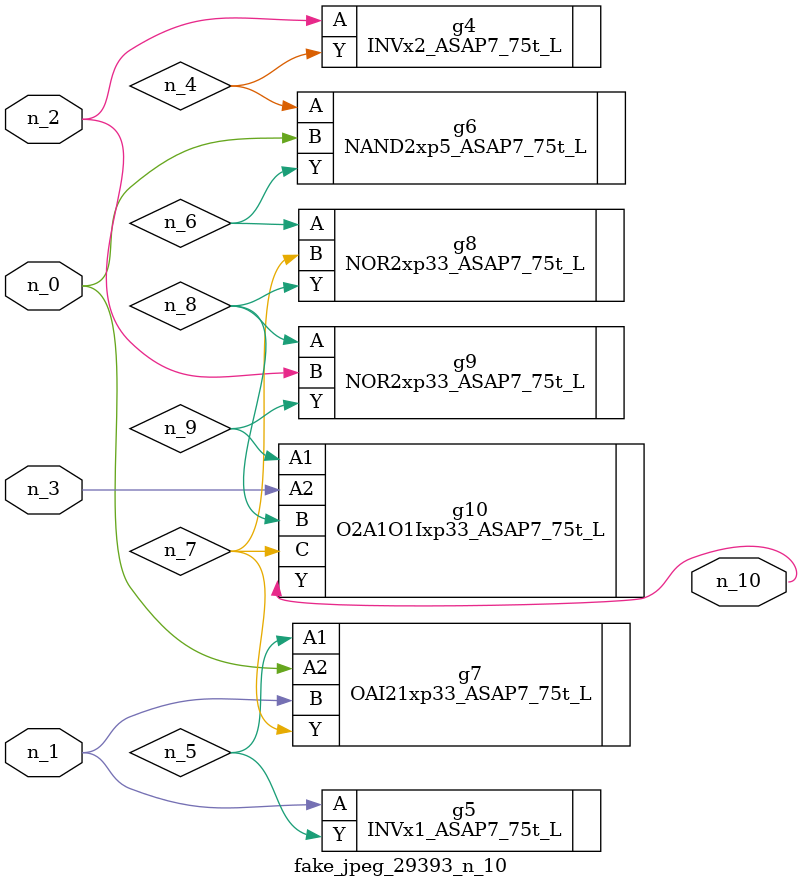
<source format=v>
module fake_jpeg_29393_n_10 (n_0, n_3, n_2, n_1, n_10);

input n_0;
input n_3;
input n_2;
input n_1;

output n_10;

wire n_4;
wire n_8;
wire n_9;
wire n_6;
wire n_5;
wire n_7;

INVx2_ASAP7_75t_L g4 ( 
.A(n_2),
.Y(n_4)
);

INVx1_ASAP7_75t_L g5 ( 
.A(n_1),
.Y(n_5)
);

NAND2xp5_ASAP7_75t_L g6 ( 
.A(n_4),
.B(n_0),
.Y(n_6)
);

NOR2xp33_ASAP7_75t_L g8 ( 
.A(n_6),
.B(n_7),
.Y(n_8)
);

OAI21xp33_ASAP7_75t_L g7 ( 
.A1(n_5),
.A2(n_0),
.B(n_1),
.Y(n_7)
);

NOR2xp33_ASAP7_75t_L g9 ( 
.A(n_8),
.B(n_2),
.Y(n_9)
);

O2A1O1Ixp33_ASAP7_75t_L g10 ( 
.A1(n_9),
.A2(n_3),
.B(n_8),
.C(n_7),
.Y(n_10)
);


endmodule
</source>
